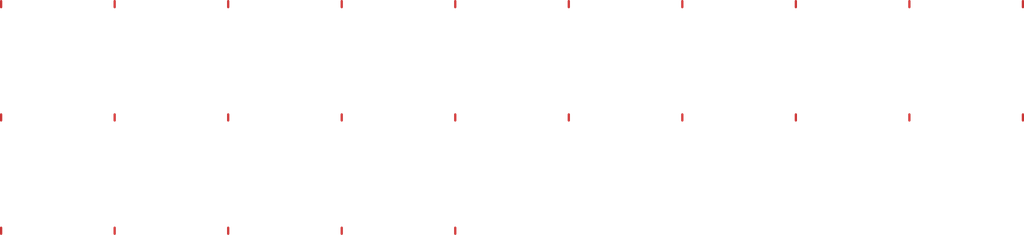
<source format=kicad_pcb>
  (kicad_pcb (version 4) (host pcbnew "(2014-07-21 BZR 5016)-product")

  (general
    (links 0)
    (no_connects 0)
    (area 0 0 0 0)
    (thickness 1.6)
    (drawings 1)
    (tracks 0)
    (zones 0)
    (modules 42)
    (nets 2)
  )

  (page A4)
  (layers
    (0 F.Cu signal)
	(1 In1.Cu signal)
    (2 In2.Cu power)
    (3 In3.Cu power)
    (4 In4.Cu signal)
    (5 In5.Cu signal)
    (6 In6.Cu signal)
    (7 In7.Cu signal)
    (8 In8.Cu signal)
    (31 B.Cu signal)
    (32 B.Adhes user)
    (33 F.Adhes user)
    (34 B.Paste user)
    (35 F.Paste user)
    (36 B.SilkS user)
    (37 F.SilkS user)
    (38 B.Mask user)
    (39 F.Mask user)
    (40 Dwgs.User user)
    (41 Cmts.User user)
    (42 Eco1.User user)
    (43 Eco2.User user)
    (44 Edge.Cuts user)
    (45 Margin user)
    (46 B.CrtYd user)
    (47 F.CrtYd user)
    (48 B.Fab user)
    (49 F.Fab user)

  )

  (setup
    (last_trace_width 0.254)
    (trace_clearance 0.127)
    (zone_clearance 0.0144)
    (zone_45_only no)
    (trace_min 0.254)
    (segment_width 0.2)
    (edge_width 0.1)
    (via_size 0.889)
    (via_drill 0.635)
    (via_min_size 0.889)
    (via_min_drill 0.508)
    (uvia_size 0.508)
    (uvia_drill 0.127)
    (uvias_allowed no)
    (uvia_min_size 0.508)
    (uvia_min_drill 0.127)
    (pcb_text_width 0.3)
    (pcb_text_size 1.5 1.5)
    (mod_edge_width 0.15)
    (mod_text_size 1 1)
    (mod_text_width 0.15)
    (pad_size 1.5 1.5)
    (pad_drill 0.6)
    (pad_to_mask_clearance 0)
    (aux_axis_origin 0 0)
    (visible_elements 7FFFF77F)
    (pcbplotparams
      (layerselection 262143)
      (usegerberextensions false)
      (excludeedgelayer true)
      (linewidth 0.100000)
      (plotframeref false)
      (viasonmask false)
      (mode 1)
      (useauxorigin false)
      (hpglpennumber 1)
      (hpglpenspeed 20)
      (hpglpendiameter 15)
      (hpglpenoverlay 2)
      (psnegative false)
      (psa4output false)
      (plotreference true)
      (plotvalue true)
      (plotinvisibletext false)
      (padsonsilk false)
      (subtractmaskfromsilk false)
      (outputformat 1)
      (mirror false)
      (drillshape 0)
      (scaleselection 1)
      (outputdirectory "GerberOutput/"))
  )

  (net 0 "")
  (net 1 "Net1")
  
  (net_class Default "This is the default net class."
    (clearance 0.254)
    (trace_width 0.254)
    (via_dia 0.889)
    (via_drill 0.635)
    (uvia_dia 0.508)
    (uvia_drill 0.127)
	(add_net Net1)
  )
  (module A0 (layer F.Cu) (tedit 4289BEAB) (tstamp 539EEDBF)
    (at 30 30)
    (path /539EEC0F)
    (attr smd)
	(model "./wrlshp/0AD1D10A-1CEF.wrl"
      (at (xyz 0 0 0))
      (scale (xyz 1 1 1))
      (rotate (xyz 0 0 0))
    )
    (pad "1" smd oval (at 0.0 0.0) (size 0.60000 2.20000) 
      (layers F.Cu F.Mask F.Paste)
    )
  )
  (module A1 (layer F.Cu) (tedit 4289BEAB) (tstamp 539EEDBF)
    (at 60 30)
    (path /539EEC0F)
    (attr smd)
	(model "./wrlshp/2C00BB20-C5E4.wrl"
      (at (xyz 0 0 0))
      (scale (xyz 1 1 1))
      (rotate (xyz 0 0 0))
    )
    (pad "1" smd oval (at 0.0 0.0) (size 0.60000 2.20000) 
      (layers F.Cu F.Mask F.Paste)
    )
  )
  (module A2 (layer F.Cu) (tedit 4289BEAB) (tstamp 539EEDBF)
    (at 90 30)
    (path /539EEC0F)
    (attr smd)
	(model "./wrlshp/41D809E8-C2E0.wrl"
      (at (xyz 0 0 0))
      (scale (xyz 1 1 1))
      (rotate (xyz 0 0 0))
    )
    (pad "1" smd oval (at 0.0 0.0) (size 0.60000 2.20000) 
      (layers F.Cu F.Mask F.Paste)
    )
  )
  (module A3 (layer F.Cu) (tedit 4289BEAB) (tstamp 539EEDBF)
    (at 120 30)
    (path /539EEC0F)
    (attr smd)
	(model "./wrlshp/493C9418-DDD6.wrl"
      (at (xyz 0 0 0))
      (scale (xyz 1 1 1))
      (rotate (xyz 0 0 0))
    )
    (pad "1" smd oval (at 0.0 0.0) (size 0.60000 2.20000) 
      (layers F.Cu F.Mask F.Paste)
    )
  )
  (module A4 (layer F.Cu) (tedit 4289BEAB) (tstamp 539EEDBF)
    (at 150 30)
    (path /539EEC0F)
    (attr smd)
	(model "./wrlshp/4ACD0055-CEF6.wrl"
      (at (xyz 0 0 0))
      (scale (xyz 1 1 1))
      (rotate (xyz 0 0 0))
    )
    (pad "1" smd oval (at 0.0 0.0) (size 0.60000 2.20000) 
      (layers F.Cu F.Mask F.Paste)
    )
  )
  (module A5 (layer F.Cu) (tedit 4289BEAB) (tstamp 539EEDBF)
    (at 180 30)
    (path /539EEC0F)
    (attr smd)
	(model "./wrlshp/5785C4B2-10F9.wrl"
      (at (xyz 0 0 0))
      (scale (xyz 1 1 1))
      (rotate (xyz 0 0 0))
    )
    (pad "1" smd oval (at 0.0 0.0) (size 0.60000 2.20000) 
      (layers F.Cu F.Mask F.Paste)
    )
  )
  (module A6 (layer F.Cu) (tedit 4289BEAB) (tstamp 539EEDBF)
    (at 210 30)
    (path /539EEC0F)
    (attr smd)
	(model "./wrlshp/6764F731-5FBB.wrl"
      (at (xyz 0 0 0))
      (scale (xyz 1 1 1))
      (rotate (xyz 0 0 0))
    )
    (pad "1" smd oval (at 0.0 0.0) (size 0.60000 2.20000) 
      (layers F.Cu F.Mask F.Paste)
    )
  )
  (module A7 (layer F.Cu) (tedit 4289BEAB) (tstamp 539EEDBF)
    (at 240 30)
    (path /539EEC0F)
    (attr smd)
	(model "./wrlshp/6C55BB4D-B937.wrl"
      (at (xyz 0 0 0))
      (scale (xyz 1 1 1))
      (rotate (xyz 0 0 0))
    )
    (pad "1" smd oval (at 0.0 0.0) (size 0.60000 2.20000) 
      (layers F.Cu F.Mask F.Paste)
    )
  )
  (module A8 (layer F.Cu) (tedit 4289BEAB) (tstamp 539EEDBF)
    (at 270 30)
    (path /539EEC0F)
    (attr smd)
	(model "./wrlshp/705C07FA-E6A0.wrl"
      (at (xyz 0 0 0))
      (scale (xyz 1 1 1))
      (rotate (xyz 0 0 0))
    )
    (pad "1" smd oval (at 0.0 0.0) (size 0.60000 2.20000) 
      (layers F.Cu F.Mask F.Paste)
    )
  )
  (module A9 (layer F.Cu) (tedit 4289BEAB) (tstamp 539EEDBF)
    (at 300 30)
    (path /539EEC0F)
    (attr smd)
	(model "./wrlshp/786EE902-974B.wrl"
      (at (xyz 0 0 0))
      (scale (xyz 1 1 1))
      (rotate (xyz 0 0 0))
    )
    (pad "1" smd oval (at 0.0 0.0) (size 0.60000 2.20000) 
      (layers F.Cu F.Mask F.Paste)
    )
  )
  (module A10 (layer F.Cu) (tedit 4289BEAB) (tstamp 539EEDBF)
    (at 30 60)
    (path /539EEC0F)
    (attr smd)
	(model "./wrlshp/89AB999E-ED7E.wrl"
      (at (xyz 0 0 0))
      (scale (xyz 1 1 1))
      (rotate (xyz 0 0 0))
    )
    (pad "1" smd oval (at 0.0 0.0) (size 0.60000 2.20000) 
      (layers F.Cu F.Mask F.Paste)
    )
  )
  (module A11 (layer F.Cu) (tedit 4289BEAB) (tstamp 539EEDBF)
    (at 60 60)
    (path /539EEC0F)
    (attr smd)
	(model "./wrlshp/8C29CB1D-109A.wrl"
      (at (xyz 0 0 0))
      (scale (xyz 1 1 1))
      (rotate (xyz 0 0 0))
    )
    (pad "1" smd oval (at 0.0 0.0) (size 0.60000 2.20000) 
      (layers F.Cu F.Mask F.Paste)
    )
  )
  (module A12 (layer F.Cu) (tedit 4289BEAB) (tstamp 539EEDBF)
    (at 90 60)
    (path /539EEC0F)
    (attr smd)
	(model "./wrlshp/8FD7AE25-EF73.wrl"
      (at (xyz 0 0 0))
      (scale (xyz 1 1 1))
      (rotate (xyz 0 0 0))
    )
    (pad "1" smd oval (at 0.0 0.0) (size 0.60000 2.20000) 
      (layers F.Cu F.Mask F.Paste)
    )
  )
  (module A13 (layer F.Cu) (tedit 4289BEAB) (tstamp 539EEDBF)
    (at 120 60)
    (path /539EEC0F)
    (attr smd)
	(model "./wrlshp/98ABFC2E-99A6.wrl"
      (at (xyz 0 0 0))
      (scale (xyz 1 1 1))
      (rotate (xyz 0 0 0))
    )
    (pad "1" smd oval (at 0.0 0.0) (size 0.60000 2.20000) 
      (layers F.Cu F.Mask F.Paste)
    )
  )
  (module A14 (layer F.Cu) (tedit 4289BEAB) (tstamp 539EEDBF)
    (at 150 60)
    (path /539EEC0F)
    (attr smd)
	(model "./wrlshp/98C73F51-A1C2.wrl"
      (at (xyz 0 0 0))
      (scale (xyz 1 1 1))
      (rotate (xyz 0 0 0))
    )
    (pad "1" smd oval (at 0.0 0.0) (size 0.60000 2.20000) 
      (layers F.Cu F.Mask F.Paste)
    )
  )
  (module A15 (layer F.Cu) (tedit 4289BEAB) (tstamp 539EEDBF)
    (at 180 60)
    (path /539EEC0F)
    (attr smd)
	(model "./wrlshp/A010F394-6E93.wrl"
      (at (xyz 0 0 0))
      (scale (xyz 1 1 1))
      (rotate (xyz 0 0 0))
    )
    (pad "1" smd oval (at 0.0 0.0) (size 0.60000 2.20000) 
      (layers F.Cu F.Mask F.Paste)
    )
  )
  (module A16 (layer F.Cu) (tedit 4289BEAB) (tstamp 539EEDBF)
    (at 210 60)
    (path /539EEC0F)
    (attr smd)
	(model "./wrlshp/BB5849EE-C688.wrl"
      (at (xyz 0 0 0))
      (scale (xyz 1 1 1))
      (rotate (xyz 0 0 0))
    )
    (pad "1" smd oval (at 0.0 0.0) (size 0.60000 2.20000) 
      (layers F.Cu F.Mask F.Paste)
    )
  )
  (module A17 (layer F.Cu) (tedit 4289BEAB) (tstamp 539EEDBF)
    (at 240 60)
    (path /539EEC0F)
    (attr smd)
	(model "./wrlshp/BBBABCAF-5FEC.wrl"
      (at (xyz 0 0 0))
      (scale (xyz 1 1 1))
      (rotate (xyz 0 0 0))
    )
    (pad "1" smd oval (at 0.0 0.0) (size 0.60000 2.20000) 
      (layers F.Cu F.Mask F.Paste)
    )
  )
  (module A18 (layer F.Cu) (tedit 4289BEAB) (tstamp 539EEDBF)
    (at 270 60)
    (path /539EEC0F)
    (attr smd)
	(model "./wrlshp/D4E8A47E-D643.wrl"
      (at (xyz 0 0 0))
      (scale (xyz 1 1 1))
      (rotate (xyz 0 0 0))
    )
    (pad "1" smd oval (at 0.0 0.0) (size 0.60000 2.20000) 
      (layers F.Cu F.Mask F.Paste)
    )
  )
  (module A19 (layer F.Cu) (tedit 4289BEAB) (tstamp 539EEDBF)
    (at 300 60)
    (path /539EEC0F)
    (attr smd)
	(model "./wrlshp/E1292D50-40DA.wrl"
      (at (xyz 0 0 0))
      (scale (xyz 1 1 1))
      (rotate (xyz 0 0 0))
    )
    (pad "1" smd oval (at 0.0 0.0) (size 0.60000 2.20000) 
      (layers F.Cu F.Mask F.Paste)
    )
  )
  (module A20 (layer F.Cu) (tedit 4289BEAB) (tstamp 539EEDBF)
    (at 30 90)
    (path /539EEC0F)
    (attr smd)
	(model "./wrlshp/E3CBFBF9-D8E4.wrl"
      (at (xyz 0 0 0))
      (scale (xyz 1 1 1))
      (rotate (xyz 0 0 0))
    )
    (pad "1" smd oval (at 0.0 0.0) (size 0.60000 2.20000) 
      (layers F.Cu F.Mask F.Paste)
    )
  )
  (module A21 (layer F.Cu) (tedit 4289BEAB) (tstamp 539EEDBF)
    (at 60 90)
    (path /539EEC0F)
    (attr smd)
	(model "./wrlshp/F28757D2-5D3C.wrl"
      (at (xyz 0 0 0))
      (scale (xyz 1 1 1))
      (rotate (xyz 0 0 0))
    )
    (pad "1" smd oval (at 0.0 0.0) (size 0.60000 2.20000) 
      (layers F.Cu F.Mask F.Paste)
    )
  )
  (module A22 (layer F.Cu) (tedit 4289BEAB) (tstamp 539EEDBF)
    (at 90 90)
    (path /539EEC0F)
    (attr smd)
	(model "./wrlshp/F42507F7-162D.wrl"
      (at (xyz 0 0 0))
      (scale (xyz 1 1 1))
      (rotate (xyz 0 0 0))
    )
    (pad "1" smd oval (at 0.0 0.0) (size 0.60000 2.20000) 
      (layers F.Cu F.Mask F.Paste)
    )
  )
  (module A23 (layer F.Cu) (tedit 4289BEAB) (tstamp 539EEDBF)
    (at 120 90)
    (path /539EEC0F)
    (attr smd)
	(model "./wrlshp/F6D1EDA1-71B8.wrl"
      (at (xyz 0 0 0))
      (scale (xyz 1 1 1))
      (rotate (xyz 0 0 0))
    )
    (pad "1" smd oval (at 0.0 0.0) (size 0.60000 2.20000) 
      (layers F.Cu F.Mask F.Paste)
    )
  )
  (module A24 (layer F.Cu) (tedit 4289BEAB) (tstamp 539EEDBF)
    (at 150 90)
    (path /539EEC0F)
    (attr smd)
	(model "./wrlshp/FEAA973F-7EF9.wrl"
      (at (xyz 0 0 0))
      (scale (xyz 1 1 1))
      (rotate (xyz 0 0 0))
    )
    (pad "1" smd oval (at 0.0 0.0) (size 0.60000 2.20000) 
      (layers F.Cu F.Mask F.Paste)
    )
  )
)

</source>
